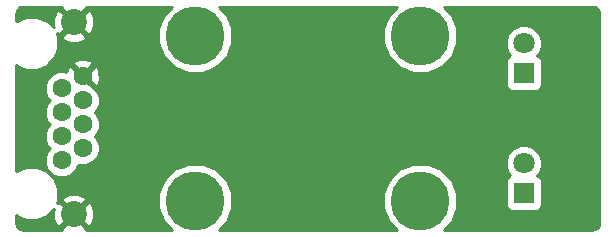
<source format=gbr>
G04 #@! TF.FileFunction,Copper,L2,Bot,Signal*
%FSLAX46Y46*%
G04 Gerber Fmt 4.6, Leading zero omitted, Abs format (unit mm)*
G04 Created by KiCad (PCBNEW 4.0.7) date 06/27/18 11:16:04*
%MOMM*%
%LPD*%
G01*
G04 APERTURE LIST*
%ADD10C,0.150000*%
%ADD11R,1.800000X1.800000*%
%ADD12C,1.800000*%
%ADD13C,5.000000*%
%ADD14C,2.200000*%
%ADD15C,1.600000*%
%ADD16C,1.016000*%
%ADD17C,0.254000*%
G04 APERTURE END LIST*
D10*
D11*
X79248000Y-52070000D03*
D12*
X79248000Y-49530000D03*
D11*
X79248000Y-41910000D03*
D12*
X79248000Y-39370000D03*
D13*
X51435000Y-38735000D03*
X51435000Y-52705000D03*
X70485000Y-38735000D03*
X70485000Y-52705000D03*
D14*
X41145000Y-37590000D03*
X41145000Y-53850000D03*
D15*
X40125000Y-45220000D03*
X40125000Y-47250000D03*
X41905000Y-44190000D03*
X41905000Y-46220000D03*
X41905000Y-42160000D03*
X40125000Y-43190000D03*
X41905000Y-48250000D03*
X40125000Y-49280000D03*
D16*
X66040000Y-52070000D03*
X54610000Y-44450000D03*
X60325000Y-44450000D03*
X49530000Y-45085000D03*
X73406000Y-50546000D03*
D17*
G36*
X40099737Y-36365132D02*
X41145000Y-37410395D01*
X42190263Y-36365132D01*
X42152206Y-36270000D01*
X49466873Y-36270000D01*
X48778826Y-36956847D01*
X48300546Y-38108674D01*
X48299457Y-39355854D01*
X48775727Y-40508515D01*
X49656847Y-41391174D01*
X50808674Y-41869454D01*
X52055854Y-41870543D01*
X53208515Y-41394273D01*
X54091174Y-40513153D01*
X54569454Y-39361326D01*
X54570543Y-38114146D01*
X54094273Y-36961485D01*
X53403994Y-36270000D01*
X68516873Y-36270000D01*
X67828826Y-36956847D01*
X67350546Y-38108674D01*
X67349457Y-39355854D01*
X67825727Y-40508515D01*
X68706847Y-41391174D01*
X69858674Y-41869454D01*
X71105854Y-41870543D01*
X72258515Y-41394273D01*
X72643459Y-41010000D01*
X77700560Y-41010000D01*
X77700560Y-42810000D01*
X77744838Y-43045317D01*
X77883910Y-43261441D01*
X78096110Y-43406431D01*
X78348000Y-43457440D01*
X80148000Y-43457440D01*
X80383317Y-43413162D01*
X80599441Y-43274090D01*
X80744431Y-43061890D01*
X80795440Y-42810000D01*
X80795440Y-41010000D01*
X80751162Y-40774683D01*
X80612090Y-40558559D01*
X80399890Y-40413569D01*
X80379466Y-40409433D01*
X80548551Y-40240643D01*
X80782733Y-39676670D01*
X80783265Y-39066009D01*
X80550068Y-38501629D01*
X80118643Y-38069449D01*
X79554670Y-37835267D01*
X78944009Y-37834735D01*
X78379629Y-38067932D01*
X77947449Y-38499357D01*
X77713267Y-39063330D01*
X77712735Y-39673991D01*
X77945932Y-40238371D01*
X78113880Y-40406613D01*
X78112683Y-40406838D01*
X77896559Y-40545910D01*
X77751569Y-40758110D01*
X77700560Y-41010000D01*
X72643459Y-41010000D01*
X73141174Y-40513153D01*
X73619454Y-39361326D01*
X73620543Y-38114146D01*
X73144273Y-36961485D01*
X72453994Y-36270000D01*
X85020070Y-36270000D01*
X85298979Y-36325478D01*
X85476145Y-36443856D01*
X85594521Y-36621019D01*
X85650000Y-36899931D01*
X85650000Y-54540069D01*
X85594521Y-54818981D01*
X85476145Y-54996144D01*
X85298979Y-55114522D01*
X85020070Y-55170000D01*
X72453127Y-55170000D01*
X73141174Y-54483153D01*
X73619454Y-53331326D01*
X73620543Y-52084146D01*
X73242826Y-51170000D01*
X77700560Y-51170000D01*
X77700560Y-52970000D01*
X77744838Y-53205317D01*
X77883910Y-53421441D01*
X78096110Y-53566431D01*
X78348000Y-53617440D01*
X80148000Y-53617440D01*
X80383317Y-53573162D01*
X80599441Y-53434090D01*
X80744431Y-53221890D01*
X80795440Y-52970000D01*
X80795440Y-51170000D01*
X80751162Y-50934683D01*
X80612090Y-50718559D01*
X80399890Y-50573569D01*
X80379466Y-50569433D01*
X80548551Y-50400643D01*
X80782733Y-49836670D01*
X80783265Y-49226009D01*
X80550068Y-48661629D01*
X80118643Y-48229449D01*
X79554670Y-47995267D01*
X78944009Y-47994735D01*
X78379629Y-48227932D01*
X77947449Y-48659357D01*
X77713267Y-49223330D01*
X77712735Y-49833991D01*
X77945932Y-50398371D01*
X78113880Y-50566613D01*
X78112683Y-50566838D01*
X77896559Y-50705910D01*
X77751569Y-50918110D01*
X77700560Y-51170000D01*
X73242826Y-51170000D01*
X73144273Y-50931485D01*
X72263153Y-50048826D01*
X71111326Y-49570546D01*
X69864146Y-49569457D01*
X68711485Y-50045727D01*
X67828826Y-50926847D01*
X67350546Y-52078674D01*
X67349457Y-53325854D01*
X67825727Y-54478515D01*
X68516006Y-55170000D01*
X53403127Y-55170000D01*
X54091174Y-54483153D01*
X54569454Y-53331326D01*
X54570543Y-52084146D01*
X54094273Y-50931485D01*
X53213153Y-50048826D01*
X52061326Y-49570546D01*
X50814146Y-49569457D01*
X49661485Y-50045727D01*
X48778826Y-50926847D01*
X48300546Y-52078674D01*
X48299457Y-53325854D01*
X48775727Y-54478515D01*
X49466006Y-55170000D01*
X42152206Y-55170000D01*
X42190263Y-55074868D01*
X41145000Y-54029605D01*
X40099737Y-55074868D01*
X40137794Y-55170000D01*
X36899931Y-55170000D01*
X36621019Y-55114521D01*
X36443856Y-54996145D01*
X36325478Y-54818979D01*
X36270000Y-54540070D01*
X36270000Y-53951619D01*
X36303141Y-53984818D01*
X37133486Y-54329607D01*
X38032570Y-54330391D01*
X38863515Y-53987052D01*
X39465900Y-53385717D01*
X39399677Y-53561593D01*
X39422164Y-54251453D01*
X39642901Y-54784359D01*
X39920132Y-54895263D01*
X40965395Y-53850000D01*
X41324605Y-53850000D01*
X42369868Y-54895263D01*
X42647099Y-54784359D01*
X42890323Y-54138407D01*
X42867836Y-53448547D01*
X42647099Y-52915641D01*
X42369868Y-52804737D01*
X41324605Y-53850000D01*
X40965395Y-53850000D01*
X39920132Y-52804737D01*
X39688531Y-52897387D01*
X39801581Y-52625132D01*
X40099737Y-52625132D01*
X41145000Y-53670395D01*
X42190263Y-52625132D01*
X42079359Y-52347901D01*
X41433407Y-52104677D01*
X40743547Y-52127164D01*
X40210641Y-52347901D01*
X40099737Y-52625132D01*
X39801581Y-52625132D01*
X39844607Y-52521514D01*
X39845391Y-51622430D01*
X39502052Y-50791485D01*
X38866859Y-50155182D01*
X38036514Y-49810393D01*
X37137430Y-49809609D01*
X36306485Y-50152948D01*
X36270000Y-50189369D01*
X36270000Y-43474187D01*
X38689752Y-43474187D01*
X38907757Y-44001800D01*
X39110603Y-44205001D01*
X38909176Y-44406077D01*
X38690250Y-44933309D01*
X38689752Y-45504187D01*
X38907757Y-46031800D01*
X39110603Y-46235001D01*
X38909176Y-46436077D01*
X38690250Y-46963309D01*
X38689752Y-47534187D01*
X38907757Y-48061800D01*
X39110603Y-48265001D01*
X38909176Y-48466077D01*
X38690250Y-48993309D01*
X38689752Y-49564187D01*
X38907757Y-50091800D01*
X39311077Y-50495824D01*
X39838309Y-50714750D01*
X40409187Y-50715248D01*
X40936800Y-50497243D01*
X41340824Y-50093923D01*
X41526549Y-49646648D01*
X41618309Y-49684750D01*
X42189187Y-49685248D01*
X42716800Y-49467243D01*
X43120824Y-49063923D01*
X43339750Y-48536691D01*
X43340248Y-47965813D01*
X43122243Y-47438200D01*
X42919397Y-47234999D01*
X43120824Y-47033923D01*
X43339750Y-46506691D01*
X43340248Y-45935813D01*
X43122243Y-45408200D01*
X42919397Y-45204999D01*
X43120824Y-45003923D01*
X43339750Y-44476691D01*
X43340248Y-43905813D01*
X43122243Y-43378200D01*
X42718923Y-42974176D01*
X42412213Y-42846819D01*
X41905000Y-42339605D01*
X41890858Y-42353748D01*
X41711253Y-42174143D01*
X41725395Y-42160000D01*
X42084605Y-42160000D01*
X42912745Y-42988139D01*
X43158864Y-42914005D01*
X43351965Y-42376777D01*
X43324778Y-41806546D01*
X43158864Y-41405995D01*
X42912745Y-41331861D01*
X42084605Y-42160000D01*
X41725395Y-42160000D01*
X40897255Y-41331861D01*
X40651136Y-41405995D01*
X40510807Y-41796406D01*
X40411691Y-41755250D01*
X39840813Y-41754752D01*
X39313200Y-41972757D01*
X38909176Y-42376077D01*
X38690250Y-42903309D01*
X38689752Y-43474187D01*
X36270000Y-43474187D01*
X36270000Y-41251619D01*
X36303141Y-41284818D01*
X37133486Y-41629607D01*
X38032570Y-41630391D01*
X38863515Y-41287052D01*
X38998547Y-41152255D01*
X41076861Y-41152255D01*
X41905000Y-41980395D01*
X42733139Y-41152255D01*
X42659005Y-40906136D01*
X42121777Y-40713035D01*
X41551546Y-40740222D01*
X41150995Y-40906136D01*
X41076861Y-41152255D01*
X38998547Y-41152255D01*
X39499818Y-40651859D01*
X39844607Y-39821514D01*
X39845391Y-38922430D01*
X39800948Y-38814868D01*
X40099737Y-38814868D01*
X40210641Y-39092099D01*
X40856593Y-39335323D01*
X41546453Y-39312836D01*
X42079359Y-39092099D01*
X42190263Y-38814868D01*
X41145000Y-37769605D01*
X40099737Y-38814868D01*
X39800948Y-38814868D01*
X39688439Y-38542576D01*
X39920132Y-38635263D01*
X40965395Y-37590000D01*
X41324605Y-37590000D01*
X42369868Y-38635263D01*
X42647099Y-38524359D01*
X42890323Y-37878407D01*
X42867836Y-37188547D01*
X42647099Y-36655641D01*
X42369868Y-36544737D01*
X41324605Y-37590000D01*
X40965395Y-37590000D01*
X39920132Y-36544737D01*
X39642901Y-36655641D01*
X39399677Y-37301593D01*
X39422164Y-37991453D01*
X39436327Y-38025645D01*
X38866859Y-37455182D01*
X38036514Y-37110393D01*
X37137430Y-37109609D01*
X36306485Y-37452948D01*
X36270000Y-37489369D01*
X36270000Y-36899930D01*
X36325478Y-36621021D01*
X36443856Y-36443855D01*
X36621019Y-36325479D01*
X36899931Y-36270000D01*
X40137794Y-36270000D01*
X40099737Y-36365132D01*
X40099737Y-36365132D01*
G37*
X40099737Y-36365132D02*
X41145000Y-37410395D01*
X42190263Y-36365132D01*
X42152206Y-36270000D01*
X49466873Y-36270000D01*
X48778826Y-36956847D01*
X48300546Y-38108674D01*
X48299457Y-39355854D01*
X48775727Y-40508515D01*
X49656847Y-41391174D01*
X50808674Y-41869454D01*
X52055854Y-41870543D01*
X53208515Y-41394273D01*
X54091174Y-40513153D01*
X54569454Y-39361326D01*
X54570543Y-38114146D01*
X54094273Y-36961485D01*
X53403994Y-36270000D01*
X68516873Y-36270000D01*
X67828826Y-36956847D01*
X67350546Y-38108674D01*
X67349457Y-39355854D01*
X67825727Y-40508515D01*
X68706847Y-41391174D01*
X69858674Y-41869454D01*
X71105854Y-41870543D01*
X72258515Y-41394273D01*
X72643459Y-41010000D01*
X77700560Y-41010000D01*
X77700560Y-42810000D01*
X77744838Y-43045317D01*
X77883910Y-43261441D01*
X78096110Y-43406431D01*
X78348000Y-43457440D01*
X80148000Y-43457440D01*
X80383317Y-43413162D01*
X80599441Y-43274090D01*
X80744431Y-43061890D01*
X80795440Y-42810000D01*
X80795440Y-41010000D01*
X80751162Y-40774683D01*
X80612090Y-40558559D01*
X80399890Y-40413569D01*
X80379466Y-40409433D01*
X80548551Y-40240643D01*
X80782733Y-39676670D01*
X80783265Y-39066009D01*
X80550068Y-38501629D01*
X80118643Y-38069449D01*
X79554670Y-37835267D01*
X78944009Y-37834735D01*
X78379629Y-38067932D01*
X77947449Y-38499357D01*
X77713267Y-39063330D01*
X77712735Y-39673991D01*
X77945932Y-40238371D01*
X78113880Y-40406613D01*
X78112683Y-40406838D01*
X77896559Y-40545910D01*
X77751569Y-40758110D01*
X77700560Y-41010000D01*
X72643459Y-41010000D01*
X73141174Y-40513153D01*
X73619454Y-39361326D01*
X73620543Y-38114146D01*
X73144273Y-36961485D01*
X72453994Y-36270000D01*
X85020070Y-36270000D01*
X85298979Y-36325478D01*
X85476145Y-36443856D01*
X85594521Y-36621019D01*
X85650000Y-36899931D01*
X85650000Y-54540069D01*
X85594521Y-54818981D01*
X85476145Y-54996144D01*
X85298979Y-55114522D01*
X85020070Y-55170000D01*
X72453127Y-55170000D01*
X73141174Y-54483153D01*
X73619454Y-53331326D01*
X73620543Y-52084146D01*
X73242826Y-51170000D01*
X77700560Y-51170000D01*
X77700560Y-52970000D01*
X77744838Y-53205317D01*
X77883910Y-53421441D01*
X78096110Y-53566431D01*
X78348000Y-53617440D01*
X80148000Y-53617440D01*
X80383317Y-53573162D01*
X80599441Y-53434090D01*
X80744431Y-53221890D01*
X80795440Y-52970000D01*
X80795440Y-51170000D01*
X80751162Y-50934683D01*
X80612090Y-50718559D01*
X80399890Y-50573569D01*
X80379466Y-50569433D01*
X80548551Y-50400643D01*
X80782733Y-49836670D01*
X80783265Y-49226009D01*
X80550068Y-48661629D01*
X80118643Y-48229449D01*
X79554670Y-47995267D01*
X78944009Y-47994735D01*
X78379629Y-48227932D01*
X77947449Y-48659357D01*
X77713267Y-49223330D01*
X77712735Y-49833991D01*
X77945932Y-50398371D01*
X78113880Y-50566613D01*
X78112683Y-50566838D01*
X77896559Y-50705910D01*
X77751569Y-50918110D01*
X77700560Y-51170000D01*
X73242826Y-51170000D01*
X73144273Y-50931485D01*
X72263153Y-50048826D01*
X71111326Y-49570546D01*
X69864146Y-49569457D01*
X68711485Y-50045727D01*
X67828826Y-50926847D01*
X67350546Y-52078674D01*
X67349457Y-53325854D01*
X67825727Y-54478515D01*
X68516006Y-55170000D01*
X53403127Y-55170000D01*
X54091174Y-54483153D01*
X54569454Y-53331326D01*
X54570543Y-52084146D01*
X54094273Y-50931485D01*
X53213153Y-50048826D01*
X52061326Y-49570546D01*
X50814146Y-49569457D01*
X49661485Y-50045727D01*
X48778826Y-50926847D01*
X48300546Y-52078674D01*
X48299457Y-53325854D01*
X48775727Y-54478515D01*
X49466006Y-55170000D01*
X42152206Y-55170000D01*
X42190263Y-55074868D01*
X41145000Y-54029605D01*
X40099737Y-55074868D01*
X40137794Y-55170000D01*
X36899931Y-55170000D01*
X36621019Y-55114521D01*
X36443856Y-54996145D01*
X36325478Y-54818979D01*
X36270000Y-54540070D01*
X36270000Y-53951619D01*
X36303141Y-53984818D01*
X37133486Y-54329607D01*
X38032570Y-54330391D01*
X38863515Y-53987052D01*
X39465900Y-53385717D01*
X39399677Y-53561593D01*
X39422164Y-54251453D01*
X39642901Y-54784359D01*
X39920132Y-54895263D01*
X40965395Y-53850000D01*
X41324605Y-53850000D01*
X42369868Y-54895263D01*
X42647099Y-54784359D01*
X42890323Y-54138407D01*
X42867836Y-53448547D01*
X42647099Y-52915641D01*
X42369868Y-52804737D01*
X41324605Y-53850000D01*
X40965395Y-53850000D01*
X39920132Y-52804737D01*
X39688531Y-52897387D01*
X39801581Y-52625132D01*
X40099737Y-52625132D01*
X41145000Y-53670395D01*
X42190263Y-52625132D01*
X42079359Y-52347901D01*
X41433407Y-52104677D01*
X40743547Y-52127164D01*
X40210641Y-52347901D01*
X40099737Y-52625132D01*
X39801581Y-52625132D01*
X39844607Y-52521514D01*
X39845391Y-51622430D01*
X39502052Y-50791485D01*
X38866859Y-50155182D01*
X38036514Y-49810393D01*
X37137430Y-49809609D01*
X36306485Y-50152948D01*
X36270000Y-50189369D01*
X36270000Y-43474187D01*
X38689752Y-43474187D01*
X38907757Y-44001800D01*
X39110603Y-44205001D01*
X38909176Y-44406077D01*
X38690250Y-44933309D01*
X38689752Y-45504187D01*
X38907757Y-46031800D01*
X39110603Y-46235001D01*
X38909176Y-46436077D01*
X38690250Y-46963309D01*
X38689752Y-47534187D01*
X38907757Y-48061800D01*
X39110603Y-48265001D01*
X38909176Y-48466077D01*
X38690250Y-48993309D01*
X38689752Y-49564187D01*
X38907757Y-50091800D01*
X39311077Y-50495824D01*
X39838309Y-50714750D01*
X40409187Y-50715248D01*
X40936800Y-50497243D01*
X41340824Y-50093923D01*
X41526549Y-49646648D01*
X41618309Y-49684750D01*
X42189187Y-49685248D01*
X42716800Y-49467243D01*
X43120824Y-49063923D01*
X43339750Y-48536691D01*
X43340248Y-47965813D01*
X43122243Y-47438200D01*
X42919397Y-47234999D01*
X43120824Y-47033923D01*
X43339750Y-46506691D01*
X43340248Y-45935813D01*
X43122243Y-45408200D01*
X42919397Y-45204999D01*
X43120824Y-45003923D01*
X43339750Y-44476691D01*
X43340248Y-43905813D01*
X43122243Y-43378200D01*
X42718923Y-42974176D01*
X42412213Y-42846819D01*
X41905000Y-42339605D01*
X41890858Y-42353748D01*
X41711253Y-42174143D01*
X41725395Y-42160000D01*
X42084605Y-42160000D01*
X42912745Y-42988139D01*
X43158864Y-42914005D01*
X43351965Y-42376777D01*
X43324778Y-41806546D01*
X43158864Y-41405995D01*
X42912745Y-41331861D01*
X42084605Y-42160000D01*
X41725395Y-42160000D01*
X40897255Y-41331861D01*
X40651136Y-41405995D01*
X40510807Y-41796406D01*
X40411691Y-41755250D01*
X39840813Y-41754752D01*
X39313200Y-41972757D01*
X38909176Y-42376077D01*
X38690250Y-42903309D01*
X38689752Y-43474187D01*
X36270000Y-43474187D01*
X36270000Y-41251619D01*
X36303141Y-41284818D01*
X37133486Y-41629607D01*
X38032570Y-41630391D01*
X38863515Y-41287052D01*
X38998547Y-41152255D01*
X41076861Y-41152255D01*
X41905000Y-41980395D01*
X42733139Y-41152255D01*
X42659005Y-40906136D01*
X42121777Y-40713035D01*
X41551546Y-40740222D01*
X41150995Y-40906136D01*
X41076861Y-41152255D01*
X38998547Y-41152255D01*
X39499818Y-40651859D01*
X39844607Y-39821514D01*
X39845391Y-38922430D01*
X39800948Y-38814868D01*
X40099737Y-38814868D01*
X40210641Y-39092099D01*
X40856593Y-39335323D01*
X41546453Y-39312836D01*
X42079359Y-39092099D01*
X42190263Y-38814868D01*
X41145000Y-37769605D01*
X40099737Y-38814868D01*
X39800948Y-38814868D01*
X39688439Y-38542576D01*
X39920132Y-38635263D01*
X40965395Y-37590000D01*
X41324605Y-37590000D01*
X42369868Y-38635263D01*
X42647099Y-38524359D01*
X42890323Y-37878407D01*
X42867836Y-37188547D01*
X42647099Y-36655641D01*
X42369868Y-36544737D01*
X41324605Y-37590000D01*
X40965395Y-37590000D01*
X39920132Y-36544737D01*
X39642901Y-36655641D01*
X39399677Y-37301593D01*
X39422164Y-37991453D01*
X39436327Y-38025645D01*
X38866859Y-37455182D01*
X38036514Y-37110393D01*
X37137430Y-37109609D01*
X36306485Y-37452948D01*
X36270000Y-37489369D01*
X36270000Y-36899930D01*
X36325478Y-36621021D01*
X36443856Y-36443855D01*
X36621019Y-36325479D01*
X36899931Y-36270000D01*
X40137794Y-36270000D01*
X40099737Y-36365132D01*
M02*

</source>
